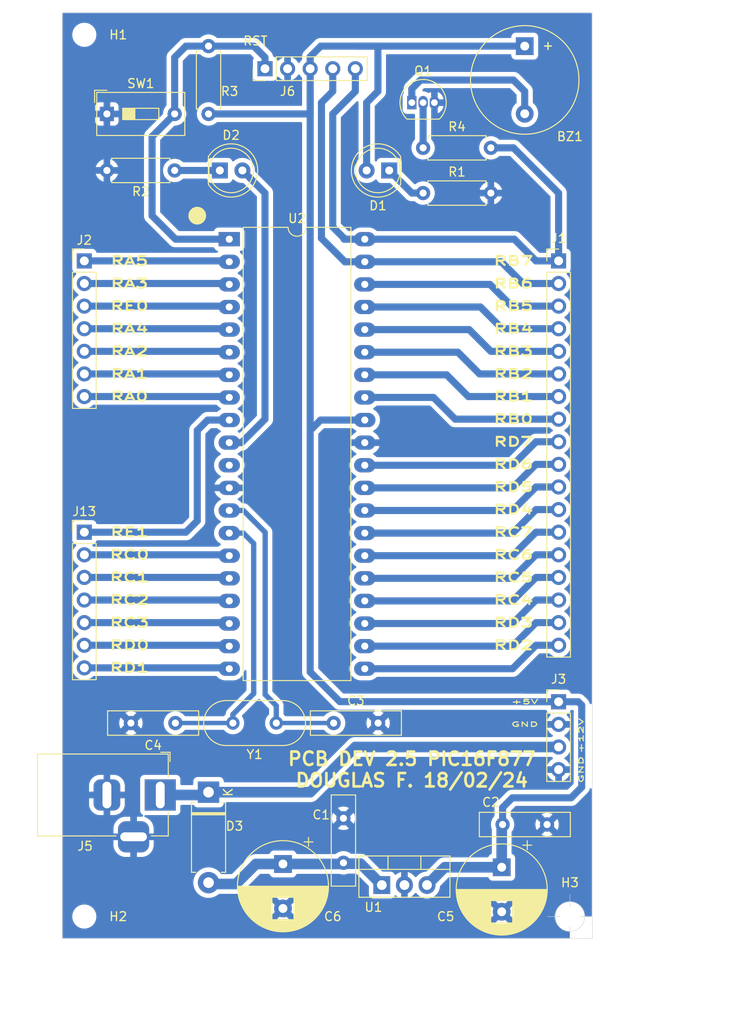
<source format=kicad_pcb>
(kicad_pcb (version 20221018) (generator pcbnew)
  (title_block (date "2021-06-07"))
  (layers (0 "F.Cu" signal) (31 "B.Cu" signal) (34 "B.Paste" user) (35 "F.Paste" user) (36 "B.SilkS" user "B.Silkscreen") (37 "F.SilkS" user "F.Silkscreen") (38 "B.Mask" user) (39 "F.Mask" user) (44 "Edge.Cuts" user))
  (net 0 "")
  (net 1 "VDD")
  (net 2 "GND")
  (net 3 "Net-(BZ1-+)")
  (net 4 "Net-(D3-A)")
  (net 5 "/PGD")
  (net 6 "/PGC")
  (net 7 "/RST")
  (net 8 "/RD2")
  (net 9 "/RD3")
  (net 10 "/RC4")
  (net 11 "/RC5")
  (net 12 "/RC6")
  (net 13 "/RC7")
  (net 14 "/RD4")
  (net 15 "/RD5")
  (net 16 "/RD6")
  (net 17 "/RD7")
  (net 18 "/RB0")
  (net 19 "/RB1")
  (net 20 "/RB2")
  (net 21 "/RB3")
  (net 22 "/RB4")
  (net 23 "/RB5")
  (net 24 "/RE0")
  (net 25 "/RE1")
  (net 26 "/RD1")
  (net 27 "/RD0")
  (net 28 "/RC3")
  (net 29 "/RC2")
  (net 30 "/RC1")
  (net 31 "/RC0")
  (net 32 "/RA5")
  (net 33 "/RA4")
  (net 34 "Net-(U2-OSC1{slash}CLKI)")
  (net 35 "/VCC")
  (net 36 "/RA3")
  (net 37 "/RA2")
  (net 38 "/RA1")
  (net 39 "/RA0")
  (net 40 "Net-(U2-OSC2{slash}CLKO)")
  (net 41 "Net-(D1-K)")
  (net 42 "Net-(D2-A)")
  (net 43 "Net-(D2-K)")
  (net 44 "Net-(Q1-B)")
  (footprint "Capacitor_THT:C_Disc_D10.0mm_W2.5mm_P5.00mm" (layer "F.Cu") (at 120.7 170)
    (fp_text reference "C2" (at -1.32 -2.5) (layer "F.SilkS"))
    (fp_text value "100nF")
    (pad "1" thru_hole circle (at 0 0) (size 1.6 1.6) (drill 0.8) (layers "*.Cu" "*.Mask") (net 1 "VDD"))
    (pad "2" thru_hole circle (at 5 0) (size 1.6 1.6) (drill 0.8) (layers "*.Cu" "*.Mask") (net 2 "GND"))
  )
  (footprint "Capacitor_THT:C_Disc_D10.0mm_W2.5mm_P5.00mm" (layer "F.Cu") (at 101.7 158.6)
    (fp_text reference "C3" (at 2.5 -2.5) (layer "F.SilkS"))
    (fp_text value "22pF")
    (pad "1" thru_hole circle (at 0 0) (size 1.6 1.6) (drill 0.8) (layers "*.Cu" "*.Mask") (net 34 "Net-(U2-OSC1{slash}CLKI)"))
    (pad "2" thru_hole circle (at 5 0) (size 1.6 1.6) (drill 0.8) (layers "*.Cu" "*.Mask") (net 2 "GND"))
  )
  (footprint "Capacitor_THT:CP_Radial_D10.0mm_P5.00mm" (layer "F.Cu") (at 120.6 174.8 -90)
    (fp_text reference "C5" (at 5.54 6.3 -180) (layer "F.SilkS"))
    (fp_text value "220uF")
    (pad "1" thru_hole rect (at 0 0 270) (size 2 2) (drill 1) (layers "*.Cu" "*.Mask") (net 1 "VDD"))
    (pad "2" thru_hole circle (at 5 0 270) (size 2 2) (drill 1) (layers "*.Cu" "*.Mask") (net 2 "GND"))
  )
  (footprint "Capacitor_THT:CP_Radial_D10.0mm_P5.00mm" (layer "F.Cu") (at 96 174.432323 -90)
    (fp_text reference "C6" (at 5.907677 -5.6 -180) (layer "F.SilkS"))
    (fp_text value "220uF")
    (pad "1" thru_hole rect (at 0 0 270) (size 2 2) (drill 1) (layers "*.Cu" "*.Mask") (net 4 "Net-(D3-A)"))
    (pad "2" thru_hole circle (at 5 0 270) (size 2 2) (drill 1) (layers "*.Cu" "*.Mask") (net 2 "GND"))
  )
  (footprint "Diode_THT:D_DO-15_P10.16mm_Horizontal" (layer "F.Cu") (at 87.63 166.37 -90)
    (fp_text reference "D3" (at 3.81 -2.92 -180) (layer "F.SilkS"))
    (fp_text value "1N4007")
    (fp_text user "K" (at 0 -2.2 -270) (layer "F.SilkS"))
    (pad "1" thru_hole rect (at 0 0 270) (size 2.4 2.4) (drill 1.2) (layers "*.Cu" "*.Mask") (net 35 "/VCC"))
    (pad "2" thru_hole oval (at 10.16 0 270) (size 2.4 2.4) (drill 1.2) (layers "*.Cu" "*.Mask") (net 4 "Net-(D3-A)"))
  )
  (footprint "Connector_PinHeader_2.54mm:PinHeader_1x18_P2.54mm_Vertical" (layer "F.Cu") (at 127 106.68)
    (fp_text reference "J1" (at 0 -2.54) (layer "F.SilkS"))
    (fp_text value "Conn_01x18_Female")
    (pad "1" thru_hole rect (at 0 0) (size 1.7 1.7) (drill 1) (layers "*.Cu" "*.Mask") (net 5 "/PGD"))
    (pad "2" thru_hole oval (at 0 2.54) (size 1.7 1.7) (drill 1) (layers "*.Cu" "*.Mask") (net 6 "/PGC"))
    (pad "3" thru_hole oval (at 0 5.08) (size 1.7 1.7) (drill 1) (layers "*.Cu" "*.Mask") (net 23 "/RB5"))
    (pad "4" thru_hole oval (at 0 7.62) (size 1.7 1.7) (drill 1) (layers "*.Cu" "*.Mask") (net 22 "/RB4"))
    (pad "5" thru_hole oval (at 0 10.16) (size 1.7 1.7) (drill 1) (layers "*.Cu" "*.Mask") (net 21 "/RB3"))
    (pad "6" thru_hole oval (at 0 12.7) (size 1.7 1.7) (drill 1) (layers "*.Cu" "*.Mask") (net 20 "/RB2"))
    (pad "7" thru_hole oval (at 0 15.24) (size 1.7 1.7) (drill 1) (layers "*.Cu" "*.Mask") (net 19 "/RB1"))
    (pad "8" thru_hole oval (at 0 17.78) (size 1.7 1.7) (drill 1) (layers "*.Cu" "*.Mask") (net 18 "/RB0"))
    (pad "9" thru_hole oval (at 0 20.32) (size 1.7 1.7) (drill 1) (layers "*.Cu" "*.Mask") (net 17 "/RD7"))
    (pad "10" thru_hole oval (at 0 22.86) (size 1.7 1.7) (drill 1) (layers "*.Cu" "*.Mask") (net 16 "/RD6"))
    (pad "11" thru_hole oval (at 0 25.4) (size 1.7 1.7) (drill 1) (layers "*.Cu" "*.Mask") (net 15 "/RD5"))
    (pad "12" thru_hole oval (at 0 27.94) (size 1.7 1.7) (drill 1) (layers "*.Cu" "*.Mask") (net 14 "/RD4"))
    (pad "13" thru_hole oval (at 0 30.48) (size 1.7 1.7) (drill 1) (layers "*.Cu" "*.Mask") (net 13 "/RC7"))
    (pad "14" thru_hole oval (at 0 33.02) (size 1.7 1.7) (drill 1) (layers "*.Cu" "*.Mask") (net 12 "/RC6"))
    (pad "15" thru_hole oval (at 0 35.56) (size 1.7 1.7) (drill 1) (layers "*.Cu" "*.Mask") (net 11 "/RC5"))
    (pad "16" thru_hole oval (at 0 38.1) (size 1.7 1.7) (drill 1) (layers "*.Cu" "*.Mask") (net 10 "/RC4"))
    (pad "17" thru_hole oval (at 0 40.64) (size 1.7 1.7) (drill 1) (layers "*.Cu" "*.Mask") (net 9 "/RD3"))
    (pad "18" thru_hole oval (at 0 43.18) (size 1.7 1.7) (drill 1) (layers "*.Cu" "*.Mask") (net 8 "/RD2"))
  )
  (footprint "Connector_PinHeader_2.54mm:PinHeader_1x05_P2.54mm_Vertical" (layer "F.Cu") (at 93.98 85.09 90)
    (fp_text reference "J6" (at -2.54 2.54 180) (layer "F.SilkS"))
    (fp_text value "Conn_01x05_Female")
    (pad "1" thru_hole rect (at 0 0 90) (size 1.7 1.7) (drill 1) (layers "*.Cu" "*.Mask") (net 7 "/RST"))
    (pad "2" thru_hole oval (at 0 2.54 90) (size 1.7 1.7) (drill 1) (layers "*.Cu" "*.Mask") (net 2 "GND"))
    (pad "3" thru_hole oval (at 0 5.08 90) (size 1.7 1.7) (drill 1) (layers "*.Cu" "*.Mask") (net 1 "VDD"))
    (pad "4" thru_hole oval (at 0 7.62 90) (size 1.7 1.7) (drill 1) (layers "*.Cu" "*.Mask") (net 6 "/PGC"))
    (pad "5" thru_hole oval (at 0 10.16 90) (size 1.7 1.7) (drill 1) (layers "*.Cu" "*.Mask") (net 5 "/PGD"))
  )
  (footprint "Resistor_THT:R_Axial_DIN0207_L6.3mm_D2.5mm_P7.62mm_Horizontal" (layer "F.Cu") (at 87.63 82.55 -90)
    (fp_text reference "R3" (at 5.08 -2.37 -180) (layer "F.SilkS"))
    (fp_text value "10K")
    (pad "1" thru_hole circle (at 0 0 270) (size 1.6 1.6) (drill 0.8) (layers "*.Cu" "*.Mask") (net 7 "/RST"))
    (pad "2" thru_hole oval (at 7.62 0 270) (size 1.6 1.6) (drill 0.8) (layers "*.Cu" "*.Mask") (net 1 "VDD"))
  )
  (footprint "Button_Switch_THT:SW_DIP_SPSTx01_Slide_9.78x4.72mm_W7.62mm_P2.54mm" (layer "F.Cu") (at 76.2 90.17)
    (fp_text reference "SW1" (at 3.81 -3.42) (layer "F.SilkS"))
    (fp_text value "SW_Push")
    (pad "1" thru_hole rect (at 0 0) (size 1.6 1.6) (drill 0.8) (layers "*.Cu" "*.Mask") (net 2 "GND"))
    (pad "2" thru_hole oval (at 7.62 0) (size 1.6 1.6) (drill 0.8) (layers "*.Cu" "*.Mask") (net 7 "/RST"))
  )
  (footprint "Package_TO_SOT_THT:TO-220-3_Vertical" (layer "F.Cu") (at 107.12 176.8)
    (fp_text reference "U1" (at -0.9398 2.4892) (layer "F.SilkS"))
    (fp_text value "L7805")
    (pad "1" thru_hole rect (at 0 0) (size 1.905 2) (drill 1.1) (layers "*.Cu" "*.Mask") (net 4 "Net-(D3-A)"))
    (pad "2" thru_hole oval (at 2.54 0) (size 1.905 2) (drill 1.1) (layers "*.Cu" "*.Mask") (net 2 "GND"))
    (pad "3" thru_hole oval (at 5.08 0) (size 1.905 2) (drill 1.1) (layers "*.Cu" "*.Mask") (net 1 "VDD"))
  )
  (footprint "Package_DIP:DIP-40_W15.24mm_LongPads" (layer "F.Cu") (at 89.96 104.24)
    (fp_text reference "U2" (at 7.62 -2.33) (layer "F.SilkS"))
    (fp_text value "PIC16F877A-IP")
    (pad "1" thru_hole rect (at 0 0) (size 2.4 1.6) (drill 0.8) (layers "*.Cu" "*.Mask") (net 7 "/RST"))
    (pad "2" thru_hole oval (at 0 2.54) (size 2.4 1.6) (drill 0.8) (layers "*.Cu" "*.Mask") (net 39 "/RA0"))
    (pad "3" thru_hole oval (at 0 5.08) (size 2.4 1.6) (drill 0.8) (layers "*.Cu" "*.Mask") (net 38 "/RA1"))
    (pad "4" thru_hole oval (at 0 7.62) (size 2.4 1.6) (drill 0.8) (layers "*.Cu" "*.Mask") (net 37 "/RA2"))
    (pad "5" thru_hole oval (at 0 10.16) (size 2.4 1.6) (drill 0.8) (layers "*.Cu" "*.Mask") (net 36 "/RA3"))
    (pad "6" thru_hole oval (at 0 12.7) (size 2.4 1.6) (drill 0.8) (layers "*.Cu" "*.Mask") (net 33 "/RA4"))
    (pad "7" thru_hole oval (at 0 15.24) (size 2.4 1.6) (drill 0.8) (layers "*.Cu" "*.Mask") (net 32 "/RA5"))
    (pad "8" thru_hole oval (at 0 17.78) (size 2.4 1.6) (drill 0.8) (layers "*.Cu" "*.Mask") (net 24 "/RE0"))
    (pad "9" thru_hole oval (at 0 20.32) (size 2.4 1.6) (drill 0.8) (layers "*.Cu" "*.Mask") (net 25 "/RE1"))
    (pad "10" thru_hole oval (at 0 22.86) (size 2.4 1.6) (drill 0.8) (layers "*.Cu" "*.Mask") (net 42 "Net-(D2-A)"))
    (pad "11" thru_hole oval (at 0 25.4) (size 2.4 1.6) (drill 0.8) (layers "*.Cu" "*.Mask"))
    (pad "12" thru_hole oval (at 0 27.94) (size 2.4 1.6) (drill 0.8) (layers "*.Cu" "*.Mask") (net 2 "GND"))
    (pad "13" thru_hole oval (at 0 30.48) (size 2.4 1.6) (drill 0.8) (layers "*.Cu" "*.Mask") (net 34 "Net-(U2-OSC1{slash}CLKI)"))
    (pad "14" thru_hole oval (at 0 33.02) (size 2.4 1.6) (drill 0.8) (layers "*.Cu" "*.Mask") (net 40 "Net-(U2-OSC2{slash}CLKO)"))
    (pad "15" thru_hole oval (at 0 35.56) (size 2.4 1.6) (drill 0.8) (layers "*.Cu" "*.Mask") (net 31 "/RC0"))
    (pad "16" thru_hole oval (at 0 38.1) (size 2.4 1.6) (drill 0.8) (layers "*.Cu" "*.Mask") (net 30 "/RC1"))
    (pad "17" thru_hole oval (at 0 40.64) (size 2.4 1.6) (drill 0.8) (layers "*.Cu" "*.Mask") (net 29 "/RC2"))
    (pad "18" thru_hole oval (at 0 43.18) (size 2.4 1.6) (drill 0.8) (layers "*.Cu" "*.Mask") (net 28 "/RC3"))
    (pad "19" thru_hole oval (at 0 45.72) (size 2.4 1.6) (drill 0.8) (layers "*.Cu" "*.Mask") (net 27 "/RD0"))
    (pad "20" thru_hole oval (at 0 48.26) (size 2.4 1.6) (drill 0.8) (layers "*.Cu" "*.Mask") (net 26 "/RD1"))
    (pad "21" thru_hole oval (at 15.24 48.26) (size 2.4 1.6) (drill 0.8) (layers "*.Cu" "*.Mask") (net 8 "/RD2"))
    (pad "22" thru_hole oval (at 15.24 45.72) (size 2.4 1.6) (drill 0.8) (layers "*.Cu" "*.Mask") (net 9 "/RD3"))
    (pad "23" thru_hole oval (at 15.24 43.18) (size 2.4 1.6) (drill 0.8) (layers "*.Cu" "*.Mask") (net 10 "/RC4"))
    (pad "24" thru_hole oval (at 15.24 40.64) (size 2.4 1.6) (drill 0.8) (layers "*.Cu" "*.Mask") (net 11 "/RC5"))
    (pad "25" thru_hole oval (at 15.24 38.1) (size 2.4 1.6) (drill 0.8) (layers "*.Cu" "*.Mask") (net 12 "/RC6"))
    (pad "26" thru_hole oval (at 15.24 35.56) (size 2.4 1.6) (drill 0.8) (layers "*.Cu" "*.Mask") (net 13 "/RC7"))
    (pad "27" thru_hole oval (at 15.24 33.02) (size 2.4 1.6) (drill 0.8) (layers "*.Cu" "*.Mask") (net 14 "/RD4"))
    (pad "28" thru_hole oval (at 15.24 30.48) (size 2.4 1.6) (drill 0.8) (layers "*.Cu" "*.Mask") (net 15 "/RD5"))
    (pad "29" thru_hole oval (at 15.24 27.94) (size 2.4 1.6) (drill 0.8) (layers "*.Cu" "*.Mask") (net 16 "/RD6"))
    (pad "30" thru_hole oval (at 15.24 25.4) (size 2.4 1.6) (drill 0.8) (layers "*.Cu" "*.Mask") (net 17 "/RD7"))
    (pad "31" thru_hole oval (at 15.24 22.86) (size 2.4 1.6) (drill 0.8) (layers "*.Cu" "*.Mask") (net 2 "GND"))
    (pad "32" thru_hole oval (at 15.24 20.32) (size 2.4 1.6) (drill 0.8) (layers "*.Cu" "*.Mask") (net 1 "VDD"))
    (pad "33" thru_hole oval (at 15.24 17.78) (size 2.4 1.6) (drill 0.8) (layers "*.Cu" "*.Mask") (net 18 "/RB0"))
    (pad "34" thru_hole oval (at 15.24 15.24) (size 2.4 1.6) (drill 0.8) (layers "*.Cu" "*.Mask") (net 19 "/RB1"))
    (pad "35" thru_hole oval (at 15.24 12.7) (size 2.4 1.6) (drill 0.8) (layers "*.Cu" "*.Mask") (net 20 "/RB2"))
    (pad "36" thru_hole oval (at 15.24 10.16) (size 2.4 1.6) (drill 0.8) (layers "*.Cu" "*.Mask") (net 21 "/RB3"))
    (pad "37" thru_hole oval (at 15.24 7.62) (size 2.4 1.6) (drill 0.8) (layers "*.Cu" "*.Mask") (net 22 "/RB4"))
    (pad "38" thru_hole oval (at 15.24 5.08) (size 2.4 1.6) (drill 0.8) (layers "*.Cu" "*.Mask") (net 23 "/RB5"))
    (pad "39" thru_hole oval (at 15.24 2.54) (size 2.4 1.6) (drill 0.8) (layers "*.Cu" "*.Mask") (net 6 "/PGC"))
    (pad "40" thru_hole oval (at 15.24 0) (size 2.4 1.6) (drill 0.8) (layers "*.Cu" "*.Mask") (net 5 "/PGD"))
  )
  (footprint "Crystal:Crystal_HC49-4H_Vertical" (layer "F.Cu") (at 95.25 158.6 180)
    (fp_text reference "Y1" (at 2.44 -3.525) (layer "F.SilkS"))
    (fp_text value "20MHz")
    (pad "1" thru_hole circle (at 0 0 180) (size 1.5 1.5) (drill 0.8) (layers "*.Cu" "*.Mask") (net 34 "Net-(U2-OSC1{slash}CLKI)"))
    (pad "2" thru_hole circle (at 4.88 0 180) (size 1.5 1.5) (drill 0.8) (layers "*.Cu" "*.Mask") (net 40 "Net-(U2-OSC2{slash}CLKO)"))
  )
  (footprint "Capacitor_THT:C_Disc_D10.0mm_W2.5mm_P5.00mm" (layer "F.Cu") (at 102.8 174.3 90)
    (fp_text reference "C1" (at 5.39 -2.5 180) (layer "F.SilkS"))
    (fp_text value "100nF")
    (pad "1" thru_hole circle (at 0 0 90) (size 1.6 1.6) (drill 0.8) (layers "*.Cu" "*.Mask") (net 4 "Net-(D3-A)"))
    (pad "2" thru_hole circle (at 5 0 90) (size 1.6 1.6) (drill 0.8) (layers "*.Cu" "*.Mask") (net 2 "GND"))
  )
  (footprint "Resistor_THT:R_Axial_DIN0207_L6.3mm_D2.5mm_P7.62mm_Horizontal" (layer "F.Cu") (at 83.82 96.52 180)
    (fp_text reference "R2" (at 3.81 -2.37) (layer "F.SilkS"))
    (fp_text value "1K")
    (pad "1" thru_hole circle (at 0 0 180) (size 1.6 1.6) (drill 0.8) (layers "*.Cu" "*.Mask") (net 43 "Net-(D2-K)"))
    (pad "2" thru_hole oval (at 7.62 0 180) (size 1.6 1.6) (drill 0.8) (layers "*.Cu" "*.Mask") (net 2 "GND"))
  )
  (footprint "LED_THT:LED_D5.0mm" (layer "F.Cu") (at 107.95 96.52 180)
    (fp_text reference "D1" (at 1.27 -3.96) (layer "F.SilkS"))
    (fp_text value "LED")
    (pad "1" thru_hole rect (at 0 0 180) (size 1.8 1.8) (drill 0.9) (layers "*.Cu" "*.Mask") (net 41 "Net-(D1-K)"))
    (pad "2" thru_hole circle (at 2.54 0 180) (size 1.8 1.8) (drill 0.9) (layers "*.Cu" "*.Mask") (net 1 "VDD"))
  )
  (footprint "LED_THT:LED_D5.0mm" (layer "F.Cu") (at 88.9 96.52)
    (fp_text reference "D2" (at 1.27 -3.96) (layer "F.SilkS"))
    (fp_text value "LED")
    (pad "1" thru_hole rect (at 0 0) (size 1.8 1.8) (drill 0.9) (layers "*.Cu" "*.Mask") (net 43 "Net-(D2-K)"))
    (pad "2" thru_hole circle (at 2.54 0) (size 1.8 1.8) (drill 0.9) (layers "*.Cu" "*.Mask") (net 42 "Net-(D2-A)"))
  )
  (footprint "Capacitor_THT:C_Disc_D10.0mm_W2.5mm_P5.00mm" (layer "F.Cu") (at 83.9 158.6 180)
    (fp_text reference "C4" (at 2.5 -2.5) (layer "F.SilkS"))
    (fp_text value "22pF")
    (pad "1" thru_hole circle (at 0 0 180) (size 1.6 1.6) (drill 0.8) (layers "*.Cu" "*.Mask") (net 40 "Net-(U2-OSC2{slash}CLKO)"))
    (pad "2" thru_hole circle (at 5 0 180) (size 1.6 1.6) (drill 0.8) (layers "*.Cu" "*.Mask") (net 2 "GND"))
  )
  (footprint "Connector_PinHeader_2.54mm:PinHeader_1x07_P2.54mm_Vertical" (layer "F.Cu") (at 73.66 106.68)
    (fp_text reference "J2" (at 0 -2.33) (layer "F.SilkS"))
    (fp_text value "Conn_01x07_Female")
    (pad "1" thru_hole rect (at 0 0) (size 1.7 1.7) (drill 1) (layers "*.Cu" "*.Mask") (net 39 "/RA0"))
    (pad "2" thru_hole oval (at 0 2.54) (size 1.7 1.7) (drill 1) (layers "*.Cu" "*.Mask") (net 38 "/RA1"))
    (pad "3" thru_hole oval (at 0 5.08) (size 1.7 1.7) (drill 1) (layers "*.Cu" "*.Mask") (net 37 "/RA2"))
    (pad "4" thru_hole oval (at 0 7.62) (size 1.7 1.7) (drill 1) (layers "*.Cu" "*.Mask") (net 36 "/RA3"))
    (pad "5" thru_hole oval (at 0 10.16) (size 1.7 1.7) (drill 1) (layers "*.Cu" "*.Mask") (net 33 "/RA4"))
    (pad "6" thru_hole oval (at 0 12.7) (size 1.7 1.7) (drill 1) (layers "*.Cu" "*.Mask") (net 32 "/RA5"))
    (pad "7" thru_hole oval (at 0 15.24) (size 1.7 1.7) (drill 1) (layers "*.Cu" "*.Mask") (net 24 "/RE0"))
  )
  (footprint "Connector_PinHeader_2.54mm:PinHeader_1x04_P2.54mm_Vertical" (layer "F.Cu") (at 127 156.21)
    (fp_text reference "J3" (at 0 -2.54) (layer "F.SilkS"))
    (fp_text value "Conn_01x04_Female")
    (pad "1" thru_hole rect (at 0 0) (size 1.7 1.7) (drill 1) (layers "*.Cu" "*.Mask") (net 1 "VDD"))
    (pad "2" thru_hole oval (at 0 2.54) (size 1.7 1.7) (drill 1) (layers "*.Cu" "*.Mask") (net 2 "GND"))
    (pad "3" thru_hole oval (at 0 5.08) (size 1.7 1.7) (drill 1) (layers "*.Cu" "*.Mask") (net 35 "/VCC"))
    (pad "4" thru_hole oval (at 0 7.62) (size 1.7 1.7) (drill 1) (layers "*.Cu" "*.Mask") (net 2 "GND"))
  )
  (footprint "Resistor_THT:R_Axial_DIN0207_L6.3mm_D2.5mm_P7.62mm_Horizontal" (layer "F.Cu") (at 111.76 93.98)
    (fp_text reference "R4" (at 3.81 -2.37) (layer "F.SilkS"))
    (fp_text value "1K")
    (pad "1" thru_hole circle (at 0 0) (size 1.6 1.6) (drill 0.8) (layers "*.Cu" "*.Mask") (net 44 "Net-(Q1-B)"))
    (pad "2" thru_hole oval (at 7.62 0) (size 1.6 1.6) (drill 0.8) (layers "*.Cu" "*.Mask") (net 5 "/PGD"))
  )
  (footprint "Package_TO_SOT_THT:TO-92_Inline" (layer "F.Cu") (at 110.49 88.9)
    (fp_text reference "Q1" (at 1.27 -3.56) (layer "F.SilkS"))
    (fp_text value "BC337")
    (pad "1" thru_hole rect (at 0 0) (size 1.05 1.5) (drill 0.75) (layers "*.Cu" "*.Mask") (net 3 "Net-(BZ1-+)"))
    (pad "2" thru_hole oval (at 1.27 0) (size 1.05 1.5) (drill 0.75) (layers "*.Cu" "*.Mask") (net 44 "Net-(Q1-B)"))
    (pad "3" thru_hole oval (at 2.54 0) (size 1.05 1.5) (drill 0.75) (layers "*.Cu" "*.Mask") (net 2 "GND"))
  )
  (footprint "Buzzer_Beeper:Buzzer_12x9.5RM7.6" (layer "F.Cu") (at 123.19 82.55 -90)
    (fp_text reference "BZ1" (at 10.16 -5.08 -180) (layer "F.SilkS"))
    (fp_text value "Buzzer")
    (fp_text user "+" (at -0.01 -2.54 90) (layer "F.SilkS"))
    (pad "1" thru_hole rect (at 0 0 270) (size 2 2) (drill 1) (layers "*.Cu" "*.Mask") (net 1 "VDD"))
    (pad "2" thru_hole circle (at 7.6 0 270) (size 2 2) (drill 1) (layers "*.Cu" "*.Mask") (net 3 "Net-(BZ1-+)"))
  )
  (footprint "Resistor_THT:R_Axial_DIN0207_L6.3mm_D2.5mm_P7.62mm_Horizontal" (layer "F.Cu") (at 111.76 99.06)
    (fp_text reference "R1" (at 3.81 -2.37) (layer "F.SilkS"))
    (fp_text value "1K")
    (pad "1" thru_hole circle (at 0 0) (size 1.6 1.6) (drill 0.8) (layers "*.Cu" "*.Mask") (net 41 "Net-(D1-K)"))
    (pad "2" thru_hole oval (at 7.62 0) (size 1.6 1.6) (drill 0.8) (layers "*.Cu" "*.Mask") (net 2 "GND"))
  )
  (footprint "MountingHole:MountingHole_2.2mm_M2" (layer "F.Cu") (at 73.66 81.28)
    (fp_text reference "H1" (at 3.81 0) (layer "F.SilkS"))
    (fp_text value "MountingHole_2.2mm_M2")
    (pad "" np_thru_hole circle (at 0 0) (size 2.2 2.2) (drill 2.2) (layers "*.Cu" "*.Mask"))
  )
  (footprint "MountingHole:MountingHole_2.2mm_M2" (layer "F.Cu") (at 128.27 180.34)
    (fp_text reference "H3" (at 0 -3.81) (layer "F.SilkS"))
    (fp_text value "MountingHole_2.2mm_M2")
    (pad "" np_thru_hole circle (at 0 0) (size 2.2 2.2) (drill 2.2) (layers "*.Cu" "*.Mask"))
  )
  (footprint "Connector_PinHeader_2.54mm:PinHeader_1x07_P2.54mm_Vertical" (layer "F.Cu") (at 73.66 137.16)
    (fp_text reference "J13" (at 0 -2.33) (layer "F.SilkS"))
    (fp_text value "Conn_01x07_Female")
    (pad "1" thru_hole rect (at 0 0) (size 1.7 1.7) (drill 1) (layers "*.Cu" "*.Mask") (net 25 "/RE1"))
    (pad "2" thru_hole oval (at 0 2.54) (size 1.7 1.7) (drill 1) (layers "*.Cu" "*.Mask") (net 31 "/RC0"))
    (pad "3" thru_hole oval (at 0 5.08) (size 1.7 1.7) (drill 1) (layers "*.Cu" "*.Mask") (net 30 "/RC1"))
    (pad "4" thru_hole oval (at 0 7.62) (size 1.7 1.7) (drill 1) (layers "*.Cu" "*.Mask") (net 29 "/RC2"))
    (pad "5" thru_hole oval (at 0 10.16) (size 1.7 1.7) (drill 1) (layers "*.Cu" "*.Mask") (net 28 "/RC3"))
    (pad "6" thru_hole oval (at 0 12.7) (size 1.7 1.7) (drill 1) (layers "*.Cu" "*.Mask") (net 27 "/RD0"))
    (pad "7" thru_hole oval (at 0 15.24) (size 1.7 1.7) (drill 1) (layers "*.Cu" "*.Mask") (net 26 "/RD1"))
  )
  (footprint "MountingHole:MountingHole_2.2mm_M2" (layer "F.Cu") (at 73.66 180.34)
    (fp_text reference "H2" (at 3.81 0) (layer "F.SilkS"))
    (fp_text value "MountingHole_2.2mm_M2")
    (pad "" np_thru_hole circle (at 0 0) (size 2.2 2.2) (drill 2.2) (layers "*.Cu" "*.Mask"))
  )
  (footprint "Connector_BarrelJack:BarrelJack_Horizontal" (layer "F.Cu") (at 82.2 166.6825)
    (fp_text reference "J5" (at -8.45 5.75) (layer "F.SilkS"))
    (fp_text value "Barrel_Jack_Switch")
    (pad "1" thru_hole rect (at 0 0) (size 3.5 3.5) (drill oval 1 3) (layers "*.Cu" "*.Mask") (net 35 "/VCC"))
    (pad "2" thru_hole roundrect (at -6 0) (size 3 3.5) (drill oval 1 3) (layers "*.Cu" "*.Mask") (net 2 "GND"))
    (pad "3" thru_hole roundrect (at -3 4.7) (size 3.5 3.5) (drill oval 3 1) (layers "*.Cu" "*.Mask") (net 2 "GND"))
  )
  (gr_circle (center 86.36 101.6) (end 86.86 101.6) (stroke (width 1)) (fill none) (layer "F.SilkS"))
  (gr_rect (start 71.2 78.8) (end 130.8 182.8) (stroke (width 0.05)) (fill none) (layer "Edge.Cuts"))
  (gr_text "PCB DEV 2.5 PIC16F877\nDOUGLAS F. 18/02/24" (at 110.49 163.83) (layer "F.SilkS") (effects (font (size 1.5 1.5) (thickness 0.3))))
  (gr_text "RD6" (at 121.92 129.54) (layer "F.SilkS") (effects (font (size 1 1.5) (thickness 0.25))))
  (gr_text "RD5" (at 121.92 132.08) (layer "F.SilkS") (effects (font (size 1 1.5) (thickness 0.25))))
  (gr_text "RD4" (at 121.92 134.62) (layer "F.SilkS") (effects (font (size 1 1.5) (thickness 0.25))))
  (gr_text "RA2" (at 78.74 116.84) (layer "F.SilkS") (effects (font (size 1 1.5) (thickness 0.25))))
  (gr_text "RA5" (at 78.74 106.68) (layer "F.SilkS") (effects (font (size 1 1.5) (thickness 0.25))))
  (gr_text "RB1" (at 121.92 121.92) (layer "F.SilkS") (effects (font (size 1 1.5) (thickness 0.25))))
  (gr_text "RC4" (at 121.92 144.78) (layer "F.SilkS") (effects (font (size 1 1.5) (thickness 0.25))))
  (gr_text "RC1" (at 78.74 142.24) (layer "F.SilkS") (effects (font (size 1 1.5) (thickness 0.25))))
  (gr_text "RD7" (at 121.92 127) (layer "F.SilkS") (effects (font (size 1 1.5) (thickness 0.25))))
  (gr_text "RA4" (at 78.74 114.3) (layer "F.SilkS") (effects (font (size 1 1.5) (thickness 0.25))))
  (gr_text "RC5" (at 121.92 142.24) (layer "F.SilkS") (effects (font (size 1 1.5) (thickness 0.25))))
  (gr_text "+5V" (at 123.19 156.21) (layer "F.SilkS") (effects (font (size 0.5 1) (thickness 0.125))))
  (gr_text "RD1" (at 78.74 152.4) (layer "F.SilkS") (effects (font (size 1 1.5) (thickness 0.25))))
  (gr_text "RB4" (at 121.92 114.3) (layer "F.SilkS") (effects (font (size 1 1.5) (thickness 0.25))))
  (gr_text "RC3" (at 78.74 147.32) (layer "F.SilkS") (effects (font (size 1 1.5) (thickness 0.25))))
  (gr_text "RD2" (at 121.92 149.86) (layer "F.SilkS") (effects (font (size 1 1.5) (thickness 0.25))))
  (gr_text "GND" (at 123.19 158.75) (layer "F.SilkS") (effects (font (size 0.5 1) (thickness 0.125))))
  (gr_text "+12V" (at 129.54 160.02 90) (layer "F.SilkS") (effects (font (size 0.5 1) (thickness 0.125))))
  (gr_text "RST\n" (at 91.44 82.55) (layer "F.SilkS") (effects (font (size 1 1)) (justify left bottom)))
  (gr_text "RA0" (at 78.74 121.92) (layer "F.SilkS") (effects (font (size 1 1.5) (thickness 0.25))))
  (gr_text "RA3" (at 78.74 109.22) (layer "F.SilkS") (effects (font (size 1 1.5) (thickness 0.25))))
  (gr_text "GND" (at 129.54 163.83 90) (layer "F.SilkS") (effects (font (size 0.5 1) (thickness 0.125))))
  (gr_text "RD3" (at 121.92 147.32) (layer "F.SilkS") (effects (font (size 1 1.5) (thickness 0.25))))
  (gr_text "RB0" (at 121.92 124.46) (layer "F.SilkS") (effects (font (size 1 1.5) (thickness 0.25))))
  (gr_text "RE0" (at 78.74 111.76) (layer "F.SilkS") (effects (font (size 1 1.5) (thickness 0.25))))
  (gr_text "RC6" (at 121.92 139.7) (layer "F.SilkS") (effects (font (size 1 1.5) (thickness 0.25))))
  (gr_text "RC0" (at 78.74 139.7) (layer "F.SilkS") (effects (font (size 1 1.5) (thickness 0.25))))
  (gr_text "RA1" (at 78.74 119.38) (layer "F.SilkS") (effects (font (size 1 1.5) (thickness 0.25))))
  (gr_text "RC2" (at 78.74 144.78) (layer "F.SilkS") (effects (font (size 1 1.5) (thickness 0.25))))
  (gr_text "RC7" (at 121.92 137.16) (layer "F.SilkS") (effects (font (size 1 1.5) (thickness 0.25))))
  (gr_text "RB3" (at 121.92 116.84) (layer "F.SilkS") (effects (font (size 1 1.5) (thickness 0.25))))
  (gr_text "RB5" (at 121.92 111.76) (layer "F.SilkS") (effects (font (size 1 1.5) (thickness 0.25))))
  (gr_text "RB2" (at 121.92 119.38) (layer "F.SilkS") (effects (font (size 1 1.5) (thickness 0.25))))
  (gr_text "RD0" (at 78.74 149.86) (layer "F.SilkS") (effects (font (size 1 1.5) (thickness 0.25))))
  (gr_text "RB7" (at 121.92 106.68) (layer "F.SilkS") (effects (font (size 1 1.5) (thickness 0.25))))
  (gr_text "RE1" (at 78.74 137.16) (layer "F.SilkS") (effects (font (size 1 1.5) (thickness 0.25))))
  (gr_text "RB6" (at 121.92 109.22) (layer "F.SilkS") (effects (font (size 1 1.5) (thickness 0.25))))
  (target plus (at 128.27 180.34) (size 5) (width 0.05) (layer "Edge.Cuts"))
  (segment (start 127 156.21) (end 123.01 156.21) (width 0.8) (layer "B.Cu") (net 1))
  (segment (start 128.4 167) (end 121.8 167) (width 0.8) (layer "B.Cu") (net 1))
  (segment (start 129.21 156.21) (end 129.6 156.6) (width 0.8) (layer "B.Cu") (net 1))
  (segment (start 99.06 125.73) (end 99.06 87.63) (width 0.8) (layer "B.Cu") (net 1))
  (segment (start 104.14 82.55) (end 123.19 82.55) (width 0.8) (layer "B.Cu") (net 1))
  (segment (start 120.7 168.1) (end 120.7 170) (width 0.8) (layer "B.Cu") (net 1))
  (segment (start 120.6 170.3) (end 120.9 170) (width 1.2) (layer "B.Cu") (net 1))
  (segment (start 87.63 90.17) (end 99.06 90.17) (width 0.8) (layer "B.Cu") (net 1))
  (segment (start 99.06 125.73) (end 100.23 124.56) (width 0.8) (layer "B.Cu") (net 1))
  (segment (start 102.4 156.2) (end 123 156.2) (width 0.8) (layer "B.Cu") (net 1))
  (segment (start 104.14 82.55) (end 106.68 82.55) (width 0.8) (layer "B.Cu") (net 1))
  (segment (start 112.2 176.8) (end 114.2 174.8) (width 1.2) (layer "B.Cu") (net 1))
  (segment (start 100.23 124.56) (end 105.2 124.56) (width 0.8) (layer "B.Cu") (net 1))
  (segment (start 106.68 87.63) (end 105.41 88.9) (width 0.8) (layer "B.Cu") (net 1))
  (segment (start 99.06 83.747893) (end 99.06 87.63) (width 0.8) (layer "B.Cu") (net 1))
  (segment (start 104.14 82.55) (end 100.257893 82.55) (width 0.8) (layer "B.Cu") (net 1))
  (segment (start 120.6 174.8) (end 120.6 170.3) (width 1.2) (layer "B.Cu") (net 1))
  (segment (start 100.257893 82.55) (end 99.06 83.747893) (width 0.8) (layer "B.Cu") (net 1))
  (segment (start 121.8 167) (end 120.7 168.1) (width 0.8) (layer "B.Cu") (net 1))
  (segment (start 106.68 82.55) (end 106.68 87.63) (width 0.8) (layer "B.Cu") (net 1))
  (segment (start 99.06 152.86) (end 102.4 156.2) (width 0.8) (layer "B.Cu") (net 1))
  (segment (start 105.41 88.9) (end 105.41 96.52) (width 0.8) (layer "B.Cu") (net 1))
  (segment (start 129.6 156.6) (end 129.6 165.8) (width 0.8) (layer "B.Cu") (net 1))
  (segment (start 114.2 174.8) (end 120.6 174.8) (width 1.2) (layer "B.Cu") (net 1))
  (segment (start 99.06 125.73) (end 99.06 152.86) (width 0.8) (layer "B.Cu") (net 1))
  (segment (start 99.06 90.17) (end 99.06 87.63) (width 0.8) (layer "B.Cu") (net 1))
  (segment (start 105.2 124.56) (end 105.31 124.56) (width 0.8) (layer "B.Cu") (net 1))
  (segment (start 123.01 156.21) (end 123 156.2) (width 0.8) (layer "B.Cu") (net 1))
  (segment (start 127 156.21) (end 129.21 156.21) (width 0.8) (layer "B.Cu") (net 1))
  (segment (start 129.6 165.8) (end 128.4 167) (width 0.8) (layer "B.Cu") (net 1))
  (segment (start 111.48 86.36) (end 110.49 87.35) (width 0.8) (layer "B.Cu") (net 3))
  (segment (start 110.49 87.35) (end 110.49 88.9) (width 0.8) (layer "B.Cu") (net 3))
  (segment (start 123.19 87.63) (end 121.92 86.36) (width 0.8) (layer "B.Cu") (net 3))
  (segment (start 121.92 86.36) (end 111.48 86.36) (width 0.8) (layer "B.Cu") (net 3))
  (segment (start 123.19 90.15) (end 123.19 87.63) (width 0.8) (layer "B.Cu") (net 3))
  (segment (start 102.667677 174.432323) (end 102.8 174.3) (width 1.2) (layer "B.Cu") (net 4))
  (segment (start 88 176.68) (end 90.72 176.68) (width 1.2) (layer "B.Cu") (net 4))
  (segment (start 104.72 174.4) (end 107.12 176.8) (width 1.2) (layer "B.Cu") (net 4))
  (segment (start 102.8 174.3) (end 102.9 174.4) (width 1.2) (layer "B.Cu") (net 4))
  (segment (start 92.967677 174.432323) (end 96 174.432323) (width 1.2) (layer "B.Cu") (net 4))
  (segment (start 96 174.432323) (end 102.667677 174.432323) (width 1.2) (layer "B.Cu") (net 4))
  (segment (start 102.9 174.4) (end 104.72 174.4) (width 1.2) (layer "B.Cu") (net 4))
  (segment (start 90.72 176.68) (end 92.967677 174.432323) (width 1.2) (layer "B.Cu") (net 4))
  (segment (start 101.6 90.17) (end 104.14 87.63) (width 0.8) (layer "B.Cu") (net 5))
  (segment (start 124.46 106.68) (end 127 106.68) (width 0.8) (layer "B.Cu") (net 5))
  (segment (start 105.2 104.24) (end 102.87 104.24) (width 0.8) (layer "B.Cu") (net 5))
  (segment (start 122.02 104.24) (end 124.46 106.68) (width 0.8) (layer "B.Cu") (net 5))
  (segment (start 101.6 102.87) (end 101.6 90.17) (width 0.8) (layer "B.Cu") (net 5))
  (segment (start 121.92 93.98) (end 127 99.06) (width 0.8) (layer "B.Cu") (net 5))
  (segment (start 102.87 104.14) (end 101.6 102.87) (width 0.8) (layer "B.Cu") (net 5))
  (segment (start 104.14 87.63) (end 104.14 85.09) (width 0.8) (layer "B.Cu") (net 5))
  (segment (start 119.38 93.98) (end 121.92 93.98) (width 0.8) (layer "B.Cu") (net 5))
  (segment (start 127 99.06) (end 127 106.68) (width 0.8) (layer "B.Cu") (net 5))
  (segment (start 105.2 104.24) (end 122.02 104.24) (width 0.8) (layer "B.Cu") (net 5))
  (segment (start 102.87 104.24) (end 102.87 104.14) (width 0.8) (layer "B.Cu") (net 5))
  (segment (start 100.33 88.9) (end 101.6 87.63) (width 0.8) (layer "B.Cu") (net 6))
  (segment (start 101.6 87.63) (end 101.6 85.09) (width 0.8) (layer "B.Cu") (net 6))
  (segment (start 105.2 106.78) (end 102.97 106.78) (width 0.8) (layer "B.Cu") (net 6))
  (segment (start 105.2 106.78) (end 120.55 106.78) (width 0.8) (layer "B.Cu") (net 6))
  (segment (start 100.33 104.14) (end 100.33 88.9) (width 0.8) (layer "B.Cu") (net 6))
  (segment (start 102.97 106.78) (end 100.33 104.14) (width 0.8) (layer "B.Cu") (net 6))
  (segment (start 122.99 109.22) (end 127 109.22) (width 0.8) (layer "B.Cu") (net 6))
  (segment (start 120.55 106.78) (end 122.99 109.22) (width 0.8) (layer "B.Cu") (net 6))
  (segment (start 102.97 106.78) (end 102.87 106.68) (width 0.8) (layer "B.Cu") (net 6))
  (segment (start 93.98 83.82) (end 93.98 85.09) (width 0.8) (layer "B.Cu") (net 7))
  (segment (start 83.92 104.24) (end 81.28 101.6) (width 0.8) (layer "B.Cu") (net 7))
  (segment (start 89.96 104.24) (end 83.92 104.24) (width 0.8) (layer "B.Cu") (net 7))
  (segment (start 81.28 101.6) (end 81.28 92.71) (width 0.8) (layer "B.Cu") (net 7))
  (segment (start 83.82 90.17) (end 83.82 83.82) (width 0.8) (layer "B.Cu") (net 7))
  (segment (start 83.82 83.82) (end 85.09 82.55) (width 0.8) (layer "B.Cu") (net 7))
  (segment (start 81.28 92.71) (end 83.82 90.17) (width 0.8) (layer "B.Cu") (net 7))
  (segment (start 87.63 82.55) (end 92.71 82.55) (width 0.8) (layer "B.Cu") (net 7))
  (segment (start 85.09 82.55) (end 87.63 82.55) (width 0.8) (layer "B.Cu") (net 7))
  (segment (start 92.71 82.55) (end 93.98 83.82) (width 0.8) (layer "B.Cu") (net 7))
  (segment (start 121.82 152.5) (end 124.46 149.86) (width 0.8) (layer "B.Cu") (net 8))
  (segment (start 124.46 149.86) (end 127 149.86) (width 0.8) (layer "B.Cu") (net 8))
  (segment (start 105.2 152.5) (end 121.82 152.5) (width 0.8) (layer "B.Cu") (net 8))
  (segment (start 124.46 147.32) (end 127 147.32) (width 0.8) (layer "B.Cu") (net 9))
  (segment (start 105.2 149.96) (end 121.82 149.96) (width 0.8) (layer "B.Cu") (net 9))
  (segment (start 121.82 149.96) (end 124.46 147.32) (width 0.8) (layer "B.Cu") (net 9))
  (segment (start 121.82 147.42) (end 124.46 144.78) (width 0.8) (layer "B.Cu") (net 10))
  (segment (start 124.46 144.78) (end 127 144.78) (width 0.8) (layer "B.Cu") (net 10))
  (segment (start 105.2 147.42) (end 121.82 147.42) (width 0.8) (layer "B.Cu") (net 10))
  (segment (start 124.46 142.24) (end 127 142.24) (width 0.8) (layer "B.Cu") (net 11))
  (segment (start 121.82 144.88) (end 124.46 142.24) (width 0.8) (layer "B.Cu") (net 11))
  (segment (start 105.2 144.88) (end 121.82 144.88) (width 0.8) (layer "B.Cu") (net 11))
  (segment (start 105.2 142.34) (end 121.82 142.34) (width 0.8) (layer "B.Cu") (net 12))
  (segment (start 124.46 139.7) (end 127 139.7) (width 0.8) (layer "B.Cu") (net 12))
  (segment (start 121.82 142.34) (end 124.46 139.7) (width 0.8) (layer "B.Cu") (net 12))
  (segment (start 121.82 139.8) (end 124.46 137.16) (width 0.8) (layer "B.Cu") (net 13))
  (segment (start 105.2 139.8) (end 121.82 139.8) (width 0.8) (layer "B.Cu") (net 13))
  (segment (start 124.46 137.16) (end 127 137.16) (width 0.8) (layer "B.Cu") (net 13))
  (segment (start 105.2 137.26) (end 121.82 137.26) (width 0.8) (layer "B.Cu") (net 14))
  (segment (start 124.46 134.62) (end 127 134.62) (width 0.8) (layer "B.Cu") (net 14))
  (segment (start 121.82 137.26) (end 124.46 134.62) (width 0.8) (layer "B.Cu") (net 14))
  (segment (start 105.2 134.72) (end 121.82 134.72) (width 0.8) (layer "B.Cu") (net 15))
  (segment (start 121.82 134.72) (end 124.46 132.08) (width 0.8) (layer "B.Cu") (net 15))
  (segment (start 124.46 132.08) (end 127 132.08) (width 0.8) (layer "B.Cu") (net 15))
  (segment (start 121.82 132.18) (end 124.46 129.54) (width 0.8) (layer "B.Cu") (net 16))
  (segment (start 124.46 129.54) (end 127 129.54) (width 0.8) (layer "B.Cu") (net 16))
  (segment (start 105.2 132.18) (end 121.82 132.18) (width 0.8) (layer "B.Cu") (net 16))
  (segment (start 121.82 129.64) (end 124.46 127) (width 0.8) (layer "B.Cu") (net 17))
  (segment (start 124.46 127) (end 127 127) (width 0.8) (layer "B.Cu") (net 17))
  (segment (start 105.2 129.64) (end 121.82 129.64) (width 0.8) (layer "B.Cu") (net 17))
  (segment (start 105.2 122.02) (end 112.93 122.02) (width 0.8) (layer "B.Cu") (net 18))
  (segment (start 115.37 124.46) (end 127 124.46) (width 0.8) (layer "B.Cu") (net 18))
  (segment (start 112.93 122.02) (end 115.37 124.46) (width 0.8) (layer "B.Cu") (net 18))
  (segment (start 116.84 121.92) (end 127 121.92) (width 0.8) (layer "B.Cu") (net 19))
  (segment (start 114.4 119.48) (end 116.84 121.92) (width 0.8) (layer "B.Cu") (net 19))
  (segment (start 105.2 119.48) (end 114.4 119.48) (width 0.8) (layer "B.Cu") (net 19))
  (segment (start 115.67 116.94) (end 118.11 119.38) (width 0.8) (layer "B.Cu") (net 20))
  (segment (start 118.11 119.38) (end 127 119.38) (width 0.8) (layer "B.Cu") (net 20))
  (segment (start 105.2 116.94) (end 115.67 116.94) (width 0.8) (layer "B.Cu") (net 20))
  (segment (start 105.2 114.4) (end 116.94 114.4) (width 0.8) (layer "B.Cu") (net 21))
  (segment (start 116.94 114.4) (end 119.38 116.84) (width 0.8) (layer "B.Cu") (net 21))
  (segment (start 119.38 116.84) (end 127 116.84) (width 0.8) (layer "B.Cu") (net 21))
  (segment (start 118.21 111.86) (end 120.65 114.3) (width 0.8) (layer "B.Cu") (net 22))
  (segment (start 105.2 111.86) (end 118.21 111.86) (width 0.8) (layer "B.Cu") (net 22))
  (segment (start 120.65 114.3) (end 127 114.3) (width 0.8) (layer "B.Cu") (net 22))
  (segment (start 121.72 111.76) (end 127 111.76) (width 0.8) (layer "B.Cu") (net 23))
  (segment (start 119.28 109.32) (end 121.72 111.76) (width 0.8) (layer "B.Cu") (net 23))
  (segment (start 105.2 109.32) (end 119.28 109.32) (width 0.8) (layer "B.Cu") (net 23))
  (segment (start 89.86 121.92) (end 89.96 122.02) (width 0.8) (layer "B.Cu") (net 24))
  (segment (start 73.66 121.92) (end 89.86 121.92) (width 0.8) (layer "B.Cu") (net 24))
  (segment (start 86.36 125.73) (end 86.36 135.89) (width 0.8) (layer "B.Cu") (net 25))
  (segment (start 86.36 135.89) (end 85.09 137.16) (width 0.8) (layer "B.Cu") (net 25))
  (segment (start 87.53 124.56) (end 89.96 124.56) (width 0.8) (layer "B.Cu") (net 25))
  (segment (start 86.36 125.73) (end 87.53 124.56) (width 0.8) (layer "B.Cu") (net 25))
  (segment (start 85.09 137.16) (end 73.66 137.16) (width 0.8) (layer "B.Cu") (net 25))
  (segment (start 89.86 152.4) (end 89.96 152.5) (width 0.8) (layer "B.Cu") (net 26))
  (segment (start 73.66 152.4) (end 89.86 152.4) (width 0.8) (layer "B.Cu") (net 26))
  (segment (start 73.66 149.86) (end 89.86 149.86) (width 0.8) (layer "B.Cu") (net 27))
  (segment (start 89.86 149.86) (end 89.96 149.96) (width 0.8) (layer "B.Cu") (net 27))
  (segment (start 89.86 147.32) (end 89.96 147.42) (width 0.8) (layer "B.Cu") (net 28))
  (segment (start 73.66 147.32) (end 89.86 147.32) (width 0.8) (layer "B.Cu") (net 28))
  (segment (start 73.66 144.78) (end 89.86 144.78) (width 0.8) (layer "B.Cu") (net 29))
  (segment (start 89.86 144.78) (end 89.96 144.88) (width 0.8) (layer "B.Cu") (net 29))
  (segment (start 89.86 142.24) (end 89.96 142.34) (width 0.8) (layer "B.Cu") (net 30))
  (segment (start 73.66 142.24) (end 89.86 142.24) (width 0.8) (layer "B.Cu") (net 30))
  (segment (start 89.86 139.7) (end 89.96 139.8) (width 0.8) (layer "B.Cu") (net 31))
  (segment (start 73.66 139.7) (end 89.86 139.7) (width 0.8) (layer "B.Cu") (net 31))
  (segment (start 73.66 119.38) (end 89.86 119.38) (width 0.8) (layer "B.Cu") (net 32))
  (segment (start 89.86 119.38) (end 89.96 119.48) (width 0.8) (layer "B.Cu") (net 32))
  (segment (start 89.86 116.84) (end 89.96 116.94) (width 0.8) (layer "B.Cu") (net 33))
  (segment (start 73.66 116.84) (end 89.86 116.84) (width 0.8) (layer "B.Cu") (net 33))
  (segment (start 95.25 158.6) (end 95.25 156.65) (width 0.6) (layer "B.Cu") (net 34))
  (segment (start 94 137.18) (end 94 155.4) (width 0.6) (layer "B.Cu") (net 34))
  (segment (start 91.54 134.72) (end 94 137.18) (width 0.6) (layer "B.Cu") (net 34))
  (segment (start 95.25 158.6) (end 101.7 158.6) (width 0.5) (layer "B.Cu") (net 34))
  (segment (start 95.25 156.65) (end 94 155.4) (width 0.6) (layer "B.Cu") (net 34))
  (segment (start 89.96 134.72) (end 91.54 134.72) (width 0.6) (layer "B.Cu") (net 34))
  (segment (start 87.63 166.37) (end 99.06 166.37) (width 1.2) (layer "B.Cu") (net 35))
  (segment (start 99.06 166.37) (end 104.14 161.29) (width 1.2) (layer "B.Cu") (net 35))
  (segment (start 104.14 161.29) (end 127 161.29) (width 1.2) (layer "B.Cu") (net 35))
  (segment (start 82.2 166.6825) (end 87.3175 166.6825) (width 1.2) (layer "B.Cu") (net 35))
  (segment (start 87.3175 166.6825) (end 87.63 166.37) (width 1.2) (layer "B.Cu") (net 35))
  (segment (start 73.66 114.3) (end 89.86 114.3) (width 0.8) (layer "B.Cu") (net 36))
  (segment (start 89.86 114.3) (end 89.96 114.4) (width 0.8) (layer "B.Cu") (net 36))
  (segment (start 73.66 111.76) (end 89.86 111.76) (width 0.8) (layer "B.Cu") (net 37))
  (segment (start 89.86 111.76) (end 89.96 111.86) (width 0.8) (layer "B.Cu") (net 37))
  (segment (start 89.86 109.22) (end 89.96 109.32) (width 0.8) (layer "B.Cu") (net 38))
  (segment (start 73.66 109.22) (end 89.86 109.22) (width 0.8) (layer "B.Cu") (net 38))
  (segment (start 73.66 106.68) (end 89.86 106.68) (width 0.8) (layer "B.Cu") (net 39))
  (segment (start 89.86 106.68) (end 89.96 106.78) (width 0.8) (layer "B.Cu") (net 39))
  (segment (start 89.96 137.26) (end 91.54 137.26) (width 0.6) (layer "B.Cu") (net 40))
  (segment (start 92.71 138.43) (end 92.71 155.29) (width 0.6) (layer "B.Cu") (net 40))
  (segment (start 90.37 157.63) (end 90.37 158.6) (width 0.6) (layer "B.Cu") (net 40))
  (segment (start 90.37 158.6) (end 83.9 158.6) (width 0.5) (layer "B.Cu") (net 40))
  (segment (start 92.71 155.29) (end 90.37 157.63) (width 0.6) (layer "B.Cu") (net 40))
  (segment (start 91.54 137.26) (end 92.71 138.43) (width 0.6) (layer "B.Cu") (net 40))
  (segment (start 110.49 99.06) (end 111.76 99.06) (width 0.8) (layer "B.Cu") (net 41))
  (segment (start 107.95 96.52) (end 110.49 99.06) (width 0.8) (layer "B.Cu") (net 41))
  (segment (start 89.96 127.1) (end 91.34 127.1) (width 0.8) (layer "B.Cu") (net 42))
  (segment (start 93.98 124.46) (end 93.98 99.06) (width 0.8) (layer "B.Cu") (net 42))
  (segment (start 91.34 127.1) (end 93.98 124.46) (width 0.8) (layer "B.Cu") (net 42))
  (segment (start 93.98 99.06) (end 91.44 96.52) (width 0.8) (layer "B.Cu") (net 42))
  (segment (start 83.82 96.52) (end 88.9 96.52) (width 0.8) (layer "B.Cu") (net 43))
  (segment (start 111.76 88.9) (end 111.76 93.98) (width 0.8) (layer "B.Cu") (net 44))
  (zone (net 2) (net_name "GND") (layer "B.Cu") (connect_pads (clearance 0.508)) (min_thickness 0.254) (fill yes (thermal_gap 0.508) (thermal_bridge_width 0.75))
    (polygon (pts (xy 130.81 182.88) (xy 71.12 182.88) (xy 71.12 78.74) (xy 130.81 78.74)))
  )
)
</source>
